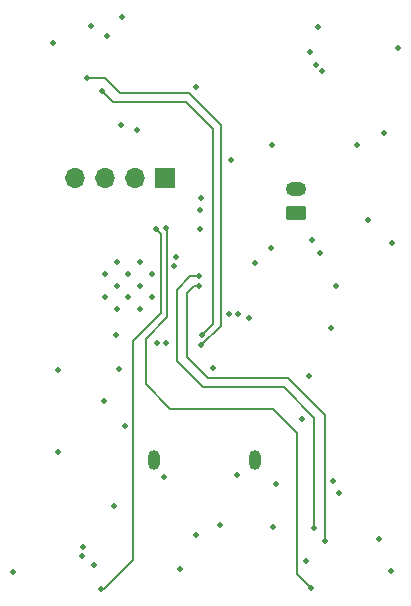
<source format=gbr>
%TF.GenerationSoftware,KiCad,Pcbnew,8.0.6*%
%TF.CreationDate,2024-10-17T17:53:17-05:00*%
%TF.ProjectId,racer,72616365-722e-46b6-9963-61645f706362,rev?*%
%TF.SameCoordinates,Original*%
%TF.FileFunction,Copper,L3,Inr*%
%TF.FilePolarity,Positive*%
%FSLAX46Y46*%
G04 Gerber Fmt 4.6, Leading zero omitted, Abs format (unit mm)*
G04 Created by KiCad (PCBNEW 8.0.6) date 2024-10-17 17:53:17*
%MOMM*%
%LPD*%
G01*
G04 APERTURE LIST*
G04 Aperture macros list*
%AMRoundRect*
0 Rectangle with rounded corners*
0 $1 Rounding radius*
0 $2 $3 $4 $5 $6 $7 $8 $9 X,Y pos of 4 corners*
0 Add a 4 corners polygon primitive as box body*
4,1,4,$2,$3,$4,$5,$6,$7,$8,$9,$2,$3,0*
0 Add four circle primitives for the rounded corners*
1,1,$1+$1,$2,$3*
1,1,$1+$1,$4,$5*
1,1,$1+$1,$6,$7*
1,1,$1+$1,$8,$9*
0 Add four rect primitives between the rounded corners*
20,1,$1+$1,$2,$3,$4,$5,0*
20,1,$1+$1,$4,$5,$6,$7,0*
20,1,$1+$1,$6,$7,$8,$9,0*
20,1,$1+$1,$8,$9,$2,$3,0*%
G04 Aperture macros list end*
%TA.AperFunction,ComponentPad*%
%ADD10RoundRect,0.250000X0.625000X-0.350000X0.625000X0.350000X-0.625000X0.350000X-0.625000X-0.350000X0*%
%TD*%
%TA.AperFunction,ComponentPad*%
%ADD11O,1.750000X1.200000*%
%TD*%
%TA.AperFunction,ComponentPad*%
%ADD12O,1.000000X1.700000*%
%TD*%
%TA.AperFunction,ComponentPad*%
%ADD13R,1.700000X1.700000*%
%TD*%
%TA.AperFunction,ComponentPad*%
%ADD14O,1.700000X1.700000*%
%TD*%
%TA.AperFunction,ComponentPad*%
%ADD15C,0.508000*%
%TD*%
%TA.AperFunction,ViaPad*%
%ADD16C,0.508000*%
%TD*%
%TA.AperFunction,Conductor*%
%ADD17C,0.203200*%
%TD*%
G04 APERTURE END LIST*
D10*
%TO.N,GND*%
%TO.C,J12*%
X25739000Y33163000D03*
D11*
%TO.N,LIPO+*%
X25739000Y35163000D03*
%TD*%
D12*
%TO.N,Net-(P1-SHIELD)*%
%TO.C,P1*%
X13764000Y12231600D03*
%TO.N,N/C*%
X22304000Y12231600D03*
%TD*%
D13*
%TO.N,/U0RXD*%
%TO.C,J11*%
X14706600Y36144200D03*
D14*
%TO.N,/U0TXD*%
X12166600Y36144200D03*
%TO.N,GND*%
X9626600Y36144200D03*
%TO.N,+3V3*%
X7086600Y36144200D03*
%TD*%
D15*
%TO.N,GND*%
%TO.C,U5*%
X10567300Y25012200D03*
X12542300Y25012200D03*
X9579800Y25999700D03*
X11554800Y25999700D03*
X13529800Y25999700D03*
X10567300Y26987200D03*
X12542300Y26987200D03*
X9579800Y27974700D03*
X11554800Y27974700D03*
X13529800Y27974700D03*
X10567300Y28962200D03*
X12542300Y28962200D03*
%TD*%
D16*
%TO.N,GND*%
X5181600Y47548800D03*
X14554200Y10820400D03*
X27813000Y29768800D03*
X5588000Y19862800D03*
X5588000Y12877800D03*
X34417000Y47091600D03*
X26873200Y19354800D03*
X18745200Y19989800D03*
X32791400Y5562600D03*
X17297400Y43815000D03*
X26644600Y3657600D03*
X26263600Y15722600D03*
X19304000Y6756400D03*
X23774400Y6527800D03*
X20294600Y37642800D03*
X10922000Y40589200D03*
X33909000Y30632400D03*
X17653000Y33375600D03*
X20828000Y24612600D03*
X1778000Y2768600D03*
X31877000Y32562800D03*
X33197800Y39903400D03*
X33832800Y2844800D03*
X10998200Y49707800D03*
X23647400Y30200600D03*
X9779000Y48158400D03*
X22275800Y28930600D03*
X10388600Y8356600D03*
X20777200Y10922000D03*
X8686800Y3378200D03*
X26924000Y46761400D03*
X15925800Y2971800D03*
X24028400Y10210800D03*
X28854400Y10439400D03*
%TO.N,+3V3*%
X11252200Y15087600D03*
X20066000Y24612600D03*
X30962600Y38862000D03*
X12293600Y40157400D03*
X9499600Y17195800D03*
%TO.N,/ADC_BATT*%
X23723600Y38912800D03*
X10744200Y19964400D03*
%TO.N,Net-(U5-IO27)*%
X9271000Y1346200D03*
X13919200Y31826200D03*
%TO.N,Net-(U5-IO26)*%
X27051000Y1371600D03*
X14757400Y31851600D03*
%TO.N,Net-(U5-IO25)*%
X17729200Y34417000D03*
X27635200Y48895000D03*
%TO.N,Net-(U5-IO22)*%
X8407400Y48945800D03*
X17653000Y31800800D03*
%TO.N,MOTOR_0_IN1*%
X8102600Y44551600D03*
X7721600Y4851400D03*
X17754600Y21945600D03*
%TO.N,MOTOR_0_IN2*%
X17780000Y22809200D03*
X7670800Y4114800D03*
X9296400Y43459400D03*
%TO.N,MOTOR_1_IN1*%
X27940000Y45161200D03*
X28219400Y5334000D03*
X17551400Y27000200D03*
%TO.N,MOTOR_1_IN2*%
X27305000Y6502400D03*
X17551400Y27787600D03*
X27432000Y45669200D03*
%TO.N,/SCL*%
X13970000Y22148800D03*
%TO.N,Net-(U5-IO11)*%
X15570200Y29387800D03*
%TO.N,Net-(U5-IO3)*%
X10490200Y22783800D03*
%TO.N,/SDA*%
X14757400Y22148800D03*
%TO.N,/HAL_OUT*%
X15417800Y28625800D03*
%TO.N,/CHRGR+*%
X21818600Y24282400D03*
X28702000Y23368000D03*
%TO.N,RAW*%
X29133800Y26924000D03*
X17297400Y5918200D03*
X27152600Y30835600D03*
X29438600Y9448800D03*
%TD*%
D17*
%TO.N,Net-(U5-IO27)*%
X14351000Y31394400D02*
X13919200Y31826200D01*
X9271000Y1346200D02*
X9525000Y1346200D01*
X11938000Y22275800D02*
X14351000Y24688800D01*
X11938000Y3759200D02*
X11938000Y22275800D01*
X14351000Y24688800D02*
X14351000Y31394400D01*
X9525000Y1346200D02*
X11938000Y3759200D01*
%TO.N,Net-(U5-IO26)*%
X14757400Y31851600D02*
X14833600Y31775400D01*
X14833600Y31775400D02*
X14833600Y24307800D01*
X23825200Y16586200D02*
X25857200Y14554200D01*
X25857200Y14554200D02*
X25857200Y2565400D01*
X13030200Y18643600D02*
X15087600Y16586200D01*
X15087600Y16586200D02*
X23825200Y16586200D01*
X13030200Y22504400D02*
X13030200Y18643600D01*
X25857200Y2565400D02*
X27051000Y1371600D01*
X14833600Y24307800D02*
X13030200Y22504400D01*
%TO.N,MOTOR_0_IN1*%
X19405600Y23596600D02*
X17754600Y21945600D01*
X8102600Y44551600D02*
X9626600Y44551600D01*
X16713200Y43281600D02*
X19405600Y40589200D01*
X10896600Y43281600D02*
X16713200Y43281600D01*
X19405600Y40589200D02*
X19405600Y23596600D01*
X9626600Y44551600D02*
X10896600Y43281600D01*
%TO.N,MOTOR_0_IN2*%
X10236200Y42519600D02*
X9296400Y43459400D01*
X18745200Y40233600D02*
X16459200Y42519600D01*
X17780000Y22809200D02*
X18745200Y23774400D01*
X18745200Y23774400D02*
X18745200Y40233600D01*
X16459200Y42519600D02*
X10236200Y42519600D01*
%TO.N,MOTOR_1_IN1*%
X17119600Y27000200D02*
X16510000Y26390600D01*
X16510000Y26390600D02*
X16510000Y20980400D01*
X18288000Y19202400D02*
X25069800Y19202400D01*
X16510000Y20980400D02*
X18288000Y19202400D01*
X17551400Y27000200D02*
X17119600Y27000200D01*
X25069800Y19202400D02*
X28219400Y16052800D01*
X28219400Y16052800D02*
X28219400Y5334000D01*
%TO.N,MOTOR_1_IN2*%
X15671800Y20599400D02*
X15671800Y26644600D01*
X27305000Y6502400D02*
X27305000Y15798800D01*
X24714200Y18389600D02*
X17881600Y18389600D01*
X16814800Y27787600D02*
X17551400Y27787600D01*
X15671800Y26644600D02*
X16814800Y27787600D01*
X17881600Y18389600D02*
X15671800Y20599400D01*
X27305000Y15798800D02*
X24714200Y18389600D01*
%TD*%
M02*

</source>
